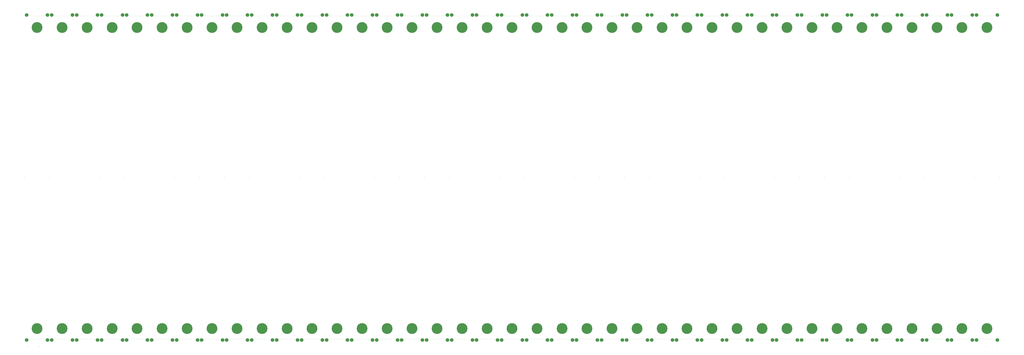
<source format=gbs>
G04*
G04 #@! TF.GenerationSoftware,Altium Limited,Altium Designer,18.1.7 (191)*
G04*
G04 Layer_Color=16711935*
%FSLAX44Y44*%
%MOMM*%
G71*
G01*
G75*
%ADD21C,0.2032*%
%ADD22C,0.2960*%
%ADD23C,1.7272*%
%ADD24C,5.2032*%
D21*
X4626270Y1640000D02*
D03*
X76270D02*
D03*
X80000Y20000D02*
D03*
X4625000D02*
D03*
X130000Y830000D02*
D03*
X10000Y830000D02*
D03*
X100000Y1605000D02*
D03*
X40000D02*
D03*
X100000Y55000D02*
D03*
X40000D02*
D03*
X50000D02*
D03*
X60000D02*
D03*
X70000D02*
D03*
X80000D02*
D03*
X90000D02*
D03*
Y1605000D02*
D03*
X80000D02*
D03*
X70000D02*
D03*
X60000D02*
D03*
X50000D02*
D03*
X250000Y830000D02*
D03*
X130000Y830000D02*
D03*
X220000Y1605000D02*
D03*
X160000D02*
D03*
X220000Y55000D02*
D03*
X160000D02*
D03*
X170000D02*
D03*
X180000D02*
D03*
X190000D02*
D03*
X200000D02*
D03*
X210000D02*
D03*
Y1605000D02*
D03*
X200000D02*
D03*
X190000D02*
D03*
X180000D02*
D03*
X170000D02*
D03*
X370000Y830000D02*
D03*
X250000Y830000D02*
D03*
X340000Y1605000D02*
D03*
X280000D02*
D03*
X340000Y55000D02*
D03*
X280000D02*
D03*
X290000D02*
D03*
X300000D02*
D03*
X310000D02*
D03*
X320000D02*
D03*
X330000D02*
D03*
Y1605000D02*
D03*
X320000D02*
D03*
X310000D02*
D03*
X300000D02*
D03*
X290000D02*
D03*
X490000Y830000D02*
D03*
X370000Y830000D02*
D03*
X460000Y1605000D02*
D03*
X400000D02*
D03*
X460000Y55000D02*
D03*
X400000D02*
D03*
X410000D02*
D03*
X420000D02*
D03*
X430000D02*
D03*
X440000D02*
D03*
X450000D02*
D03*
Y1605000D02*
D03*
X440000D02*
D03*
X430000D02*
D03*
X420000D02*
D03*
X410000D02*
D03*
X610000Y830000D02*
D03*
X490000Y830000D02*
D03*
X580000Y1605000D02*
D03*
X520000D02*
D03*
X580000Y55000D02*
D03*
X520000D02*
D03*
X530000D02*
D03*
X540000D02*
D03*
X550000D02*
D03*
X560000D02*
D03*
X570000D02*
D03*
Y1605000D02*
D03*
X560000D02*
D03*
X550000D02*
D03*
X540000D02*
D03*
X530000D02*
D03*
X730000Y830000D02*
D03*
X610000Y830000D02*
D03*
X700000Y1605000D02*
D03*
X640000D02*
D03*
X700000Y55000D02*
D03*
X640000D02*
D03*
X650000D02*
D03*
X660000D02*
D03*
X670000D02*
D03*
X680000D02*
D03*
X690000D02*
D03*
Y1605000D02*
D03*
X680000D02*
D03*
X670000D02*
D03*
X660000D02*
D03*
X650000D02*
D03*
X850000Y830000D02*
D03*
X730000Y830000D02*
D03*
X820000Y1605000D02*
D03*
X760000D02*
D03*
X820000Y55000D02*
D03*
X760000D02*
D03*
X770000D02*
D03*
X780000D02*
D03*
X790000D02*
D03*
X800000D02*
D03*
X810000D02*
D03*
Y1605000D02*
D03*
X800000D02*
D03*
X790000D02*
D03*
X780000D02*
D03*
X770000D02*
D03*
X970000Y830000D02*
D03*
X850000Y830000D02*
D03*
X940000Y1605000D02*
D03*
X880000D02*
D03*
X940000Y55000D02*
D03*
X880000D02*
D03*
X890000D02*
D03*
X900000D02*
D03*
X910000D02*
D03*
X920000D02*
D03*
X930000D02*
D03*
Y1605000D02*
D03*
X920000D02*
D03*
X910000D02*
D03*
X900000D02*
D03*
X890000D02*
D03*
X1090000Y830000D02*
D03*
X970000Y830000D02*
D03*
X1060000Y1605000D02*
D03*
X1000000D02*
D03*
X1060000Y55000D02*
D03*
X1000000D02*
D03*
X1010000D02*
D03*
X1020000D02*
D03*
X1030000D02*
D03*
X1040000D02*
D03*
X1050000D02*
D03*
Y1605000D02*
D03*
X1040000D02*
D03*
X1030000D02*
D03*
X1020000D02*
D03*
X1010000D02*
D03*
X1210000Y830000D02*
D03*
X1090000Y830000D02*
D03*
X1180000Y1605000D02*
D03*
X1120000D02*
D03*
X1180000Y55000D02*
D03*
X1120000D02*
D03*
X1130000D02*
D03*
X1140000D02*
D03*
X1150000D02*
D03*
X1160000D02*
D03*
X1170000D02*
D03*
Y1605000D02*
D03*
X1160000D02*
D03*
X1150000D02*
D03*
X1140000D02*
D03*
X1130000D02*
D03*
X1330000Y830000D02*
D03*
X1210000Y830000D02*
D03*
X1300000Y1605000D02*
D03*
X1240000D02*
D03*
X1300000Y55000D02*
D03*
X1240000D02*
D03*
X1250000D02*
D03*
X1260000D02*
D03*
X1270000D02*
D03*
X1280000D02*
D03*
X1290000D02*
D03*
Y1605000D02*
D03*
X1280000D02*
D03*
X1270000D02*
D03*
X1260000D02*
D03*
X1250000D02*
D03*
X1450000Y830000D02*
D03*
X1330000Y830000D02*
D03*
X1420000Y1605000D02*
D03*
X1360000D02*
D03*
X1420000Y55000D02*
D03*
X1360000D02*
D03*
X1370000D02*
D03*
X1380000D02*
D03*
X1390000D02*
D03*
X1400000D02*
D03*
X1410000D02*
D03*
Y1605000D02*
D03*
X1400000D02*
D03*
X1390000D02*
D03*
X1380000D02*
D03*
X1370000D02*
D03*
X1570000Y830000D02*
D03*
X1450000Y830000D02*
D03*
X1540000Y1605000D02*
D03*
X1480000D02*
D03*
X1540000Y55000D02*
D03*
X1480000D02*
D03*
X1490000D02*
D03*
X1500000D02*
D03*
X1510000D02*
D03*
X1520000D02*
D03*
X1530000D02*
D03*
Y1605000D02*
D03*
X1520000D02*
D03*
X1510000D02*
D03*
X1500000D02*
D03*
X1490000D02*
D03*
X1690000Y830000D02*
D03*
X1570000Y830000D02*
D03*
X1660000Y1605000D02*
D03*
X1600000D02*
D03*
X1660000Y55000D02*
D03*
X1600000D02*
D03*
X1610000D02*
D03*
X1620000D02*
D03*
X1630000D02*
D03*
X1640000D02*
D03*
X1650000D02*
D03*
Y1605000D02*
D03*
X1640000D02*
D03*
X1630000D02*
D03*
X1620000D02*
D03*
X1610000D02*
D03*
X1810000Y830000D02*
D03*
X1690000Y830000D02*
D03*
X1780000Y1605000D02*
D03*
X1720000D02*
D03*
X1780000Y55000D02*
D03*
X1720000D02*
D03*
X1730000D02*
D03*
X1740000D02*
D03*
X1750000D02*
D03*
X1760000D02*
D03*
X1770000D02*
D03*
Y1605000D02*
D03*
X1760000D02*
D03*
X1750000D02*
D03*
X1740000D02*
D03*
X1730000D02*
D03*
X1930000Y830000D02*
D03*
X1810000Y830000D02*
D03*
X1900000Y1605000D02*
D03*
X1840000D02*
D03*
X1900000Y55000D02*
D03*
X1840000D02*
D03*
X1850000D02*
D03*
X1860000D02*
D03*
X1870000D02*
D03*
X1880000D02*
D03*
X1890000D02*
D03*
Y1605000D02*
D03*
X1880000D02*
D03*
X1870000D02*
D03*
X1860000D02*
D03*
X1850000D02*
D03*
X2050000Y830000D02*
D03*
X1930000Y830000D02*
D03*
X2020000Y1605000D02*
D03*
X1960000D02*
D03*
X2020000Y55000D02*
D03*
X1960000D02*
D03*
X1970000D02*
D03*
X1980000D02*
D03*
X1990000D02*
D03*
X2000000D02*
D03*
X2010000D02*
D03*
Y1605000D02*
D03*
X2000000D02*
D03*
X1990000D02*
D03*
X1980000D02*
D03*
X1970000D02*
D03*
X2170000Y830000D02*
D03*
X2050000Y830000D02*
D03*
X2140000Y1605000D02*
D03*
X2080000D02*
D03*
X2140000Y55000D02*
D03*
X2080000D02*
D03*
X2090000D02*
D03*
X2100000D02*
D03*
X2110000D02*
D03*
X2120000D02*
D03*
X2130000D02*
D03*
Y1605000D02*
D03*
X2120000D02*
D03*
X2110000D02*
D03*
X2100000D02*
D03*
X2090000D02*
D03*
X2290000Y830000D02*
D03*
X2170000Y830000D02*
D03*
X2260000Y1605000D02*
D03*
X2200000D02*
D03*
X2260000Y55000D02*
D03*
X2200000D02*
D03*
X2210000D02*
D03*
X2220000D02*
D03*
X2230000D02*
D03*
X2240000D02*
D03*
X2250000D02*
D03*
Y1605000D02*
D03*
X2240000D02*
D03*
X2230000D02*
D03*
X2220000D02*
D03*
X2210000D02*
D03*
X2410000Y830000D02*
D03*
X2290000Y830000D02*
D03*
X2380000Y1605000D02*
D03*
X2320000D02*
D03*
X2380000Y55000D02*
D03*
X2320000D02*
D03*
X2330000D02*
D03*
X2340000D02*
D03*
X2350000D02*
D03*
X2360000D02*
D03*
X2370000D02*
D03*
Y1605000D02*
D03*
X2360000D02*
D03*
X2350000D02*
D03*
X2340000D02*
D03*
X2330000D02*
D03*
X2530000Y830000D02*
D03*
X2410000Y830000D02*
D03*
X2500000Y1605000D02*
D03*
X2440000D02*
D03*
X2500000Y55000D02*
D03*
X2440000D02*
D03*
X2450000D02*
D03*
X2460000D02*
D03*
X2470000D02*
D03*
X2480000D02*
D03*
X2490000D02*
D03*
Y1605000D02*
D03*
X2480000D02*
D03*
X2470000D02*
D03*
X2460000D02*
D03*
X2450000D02*
D03*
X2650000Y830000D02*
D03*
X2530000Y830000D02*
D03*
X2620000Y1605000D02*
D03*
X2560000D02*
D03*
X2620000Y55000D02*
D03*
X2560000D02*
D03*
X2570000D02*
D03*
X2580000D02*
D03*
X2590000D02*
D03*
X2600000D02*
D03*
X2610000D02*
D03*
Y1605000D02*
D03*
X2600000D02*
D03*
X2590000D02*
D03*
X2580000D02*
D03*
X2570000D02*
D03*
X2770000Y830000D02*
D03*
X2650000Y830000D02*
D03*
X2740000Y1605000D02*
D03*
X2680000D02*
D03*
X2740000Y55000D02*
D03*
X2680000D02*
D03*
X2690000D02*
D03*
X2700000D02*
D03*
X2710000D02*
D03*
X2720000D02*
D03*
X2730000D02*
D03*
Y1605000D02*
D03*
X2720000D02*
D03*
X2710000D02*
D03*
X2700000D02*
D03*
X2690000D02*
D03*
X2890000Y830000D02*
D03*
X2770000Y830000D02*
D03*
X2860000Y1605000D02*
D03*
X2800000D02*
D03*
X2860000Y55000D02*
D03*
X2800000D02*
D03*
X2810000D02*
D03*
X2820000D02*
D03*
X2830000D02*
D03*
X2840000D02*
D03*
X2850000D02*
D03*
Y1605000D02*
D03*
X2840000D02*
D03*
X2830000D02*
D03*
X2820000D02*
D03*
X2810000D02*
D03*
X3010000Y830000D02*
D03*
X2890000Y830000D02*
D03*
X2980000Y1605000D02*
D03*
X2920000D02*
D03*
X2980000Y55000D02*
D03*
X2920000D02*
D03*
X2930000D02*
D03*
X2940000D02*
D03*
X2950000D02*
D03*
X2960000D02*
D03*
X2970000D02*
D03*
Y1605000D02*
D03*
X2960000D02*
D03*
X2950000D02*
D03*
X2940000D02*
D03*
X2930000D02*
D03*
X3130000Y830000D02*
D03*
X3010000Y830000D02*
D03*
X3100000Y1605000D02*
D03*
X3040000D02*
D03*
X3100000Y55000D02*
D03*
X3040000D02*
D03*
X3050000D02*
D03*
X3060000D02*
D03*
X3070000D02*
D03*
X3080000D02*
D03*
X3090000D02*
D03*
Y1605000D02*
D03*
X3080000D02*
D03*
X3070000D02*
D03*
X3060000D02*
D03*
X3050000D02*
D03*
X3250000Y830000D02*
D03*
X3130000Y830000D02*
D03*
X3220000Y1605000D02*
D03*
X3160000D02*
D03*
X3220000Y55000D02*
D03*
X3160000D02*
D03*
X3170000D02*
D03*
X3180000D02*
D03*
X3190000D02*
D03*
X3200000D02*
D03*
X3210000D02*
D03*
Y1605000D02*
D03*
X3200000D02*
D03*
X3190000D02*
D03*
X3180000D02*
D03*
X3170000D02*
D03*
X3370000Y830000D02*
D03*
X3250000Y830000D02*
D03*
X3340000Y1605000D02*
D03*
X3280000D02*
D03*
X3340000Y55000D02*
D03*
X3280000D02*
D03*
X3290000D02*
D03*
X3300000D02*
D03*
X3310000D02*
D03*
X3320000D02*
D03*
X3330000D02*
D03*
Y1605000D02*
D03*
X3320000D02*
D03*
X3310000D02*
D03*
X3300000D02*
D03*
X3290000D02*
D03*
X3490000Y830000D02*
D03*
X3370000Y830000D02*
D03*
X3460000Y1605000D02*
D03*
X3400000D02*
D03*
X3460000Y55000D02*
D03*
X3400000D02*
D03*
X3410000D02*
D03*
X3420000D02*
D03*
X3430000D02*
D03*
X3440000D02*
D03*
X3450000D02*
D03*
Y1605000D02*
D03*
X3440000D02*
D03*
X3430000D02*
D03*
X3420000D02*
D03*
X3410000D02*
D03*
X3610000Y830000D02*
D03*
X3490000Y830000D02*
D03*
X3580000Y1605000D02*
D03*
X3520000D02*
D03*
X3580000Y55000D02*
D03*
X3520000D02*
D03*
X3530000D02*
D03*
X3540000D02*
D03*
X3550000D02*
D03*
X3560000D02*
D03*
X3570000D02*
D03*
Y1605000D02*
D03*
X3560000D02*
D03*
X3550000D02*
D03*
X3540000D02*
D03*
X3530000D02*
D03*
X3730000Y830000D02*
D03*
X3610000Y830000D02*
D03*
X3700000Y1605000D02*
D03*
X3640000D02*
D03*
X3700000Y55000D02*
D03*
X3640000D02*
D03*
X3650000D02*
D03*
X3660000D02*
D03*
X3670000D02*
D03*
X3680000D02*
D03*
X3690000D02*
D03*
Y1605000D02*
D03*
X3680000D02*
D03*
X3670000D02*
D03*
X3660000D02*
D03*
X3650000D02*
D03*
X3850000Y830000D02*
D03*
X3730000Y830000D02*
D03*
X3820000Y1605000D02*
D03*
X3760000D02*
D03*
X3820000Y55000D02*
D03*
X3760000D02*
D03*
X3770000D02*
D03*
X3780000D02*
D03*
X3790000D02*
D03*
X3800000D02*
D03*
X3810000D02*
D03*
Y1605000D02*
D03*
X3800000D02*
D03*
X3790000D02*
D03*
X3780000D02*
D03*
X3770000D02*
D03*
X3970000Y830000D02*
D03*
X3850000Y830000D02*
D03*
X3940000Y1605000D02*
D03*
X3880000D02*
D03*
X3940000Y55000D02*
D03*
X3880000D02*
D03*
X3890000D02*
D03*
X3900000D02*
D03*
X3910000D02*
D03*
X3920000D02*
D03*
X3930000D02*
D03*
Y1605000D02*
D03*
X3920000D02*
D03*
X3910000D02*
D03*
X3900000D02*
D03*
X3890000D02*
D03*
X4090000Y830000D02*
D03*
X3970000Y830000D02*
D03*
X4060000Y1605000D02*
D03*
X4000000D02*
D03*
X4060000Y55000D02*
D03*
X4000000D02*
D03*
X4010000D02*
D03*
X4020000D02*
D03*
X4030000D02*
D03*
X4040000D02*
D03*
X4050000D02*
D03*
Y1605000D02*
D03*
X4040000D02*
D03*
X4030000D02*
D03*
X4020000D02*
D03*
X4010000D02*
D03*
X4210000Y830000D02*
D03*
X4090000Y830000D02*
D03*
X4180000Y1605000D02*
D03*
X4120000D02*
D03*
X4180000Y55000D02*
D03*
X4120000D02*
D03*
X4130000D02*
D03*
X4140000D02*
D03*
X4150000D02*
D03*
X4160000D02*
D03*
X4170000D02*
D03*
Y1605000D02*
D03*
X4160000D02*
D03*
X4150000D02*
D03*
X4140000D02*
D03*
X4130000D02*
D03*
X4330000Y830000D02*
D03*
X4210000Y830000D02*
D03*
X4300000Y1605000D02*
D03*
X4240000D02*
D03*
X4300000Y55000D02*
D03*
X4240000D02*
D03*
X4250000D02*
D03*
X4260000D02*
D03*
X4270000D02*
D03*
X4280000D02*
D03*
X4290000D02*
D03*
Y1605000D02*
D03*
X4280000D02*
D03*
X4270000D02*
D03*
X4260000D02*
D03*
X4250000D02*
D03*
X4450000Y830000D02*
D03*
X4330000Y830000D02*
D03*
X4420000Y1605000D02*
D03*
X4360000D02*
D03*
X4420000Y55000D02*
D03*
X4360000D02*
D03*
X4370000D02*
D03*
X4380000D02*
D03*
X4390000D02*
D03*
X4400000D02*
D03*
X4410000D02*
D03*
Y1605000D02*
D03*
X4400000D02*
D03*
X4390000D02*
D03*
X4380000D02*
D03*
X4370000D02*
D03*
X4570000Y830000D02*
D03*
X4450000Y830000D02*
D03*
X4540000Y1605000D02*
D03*
X4480000D02*
D03*
X4540000Y55000D02*
D03*
X4480000D02*
D03*
X4490000D02*
D03*
X4500000D02*
D03*
X4510000D02*
D03*
X4520000D02*
D03*
X4530000D02*
D03*
Y1605000D02*
D03*
X4520000D02*
D03*
X4510000D02*
D03*
X4500000D02*
D03*
X4490000D02*
D03*
X4690000Y830000D02*
D03*
X4570000Y830000D02*
D03*
X4660000Y1605000D02*
D03*
X4600000D02*
D03*
X4660000Y55000D02*
D03*
X4600000D02*
D03*
X4610000D02*
D03*
X4620000D02*
D03*
X4630000D02*
D03*
X4640000D02*
D03*
X4650000D02*
D03*
Y1605000D02*
D03*
X4640000D02*
D03*
X4630000D02*
D03*
X4620000D02*
D03*
X4610000D02*
D03*
D22*
X4681270Y1640000D02*
D03*
X21270D02*
D03*
X25000Y20000D02*
D03*
X4680000D02*
D03*
D23*
X20000Y50000D02*
D03*
X120000D02*
D03*
Y1610000D02*
D03*
X20000D02*
D03*
X140000Y50000D02*
D03*
X240000D02*
D03*
Y1610000D02*
D03*
X140000D02*
D03*
X260000Y50000D02*
D03*
X360000D02*
D03*
Y1610000D02*
D03*
X260000D02*
D03*
X380000Y50000D02*
D03*
X480000D02*
D03*
Y1610000D02*
D03*
X380000D02*
D03*
X500000Y50000D02*
D03*
X600000D02*
D03*
Y1610000D02*
D03*
X500000D02*
D03*
X620000Y50000D02*
D03*
X720000D02*
D03*
Y1610000D02*
D03*
X620000D02*
D03*
X740000Y50000D02*
D03*
X840000D02*
D03*
Y1610000D02*
D03*
X740000D02*
D03*
X860000Y50000D02*
D03*
X960000D02*
D03*
Y1610000D02*
D03*
X860000D02*
D03*
X980000Y50000D02*
D03*
X1080000D02*
D03*
Y1610000D02*
D03*
X980000D02*
D03*
X1100000Y50000D02*
D03*
X1200000D02*
D03*
Y1610000D02*
D03*
X1100000D02*
D03*
X1220000Y50000D02*
D03*
X1320000D02*
D03*
Y1610000D02*
D03*
X1220000D02*
D03*
X1340000Y50000D02*
D03*
X1440000D02*
D03*
Y1610000D02*
D03*
X1340000D02*
D03*
X1460000Y50000D02*
D03*
X1560000D02*
D03*
Y1610000D02*
D03*
X1460000D02*
D03*
X1580000Y50000D02*
D03*
X1680000D02*
D03*
Y1610000D02*
D03*
X1580000D02*
D03*
X1700000Y50000D02*
D03*
X1800000D02*
D03*
Y1610000D02*
D03*
X1700000D02*
D03*
X1820000Y50000D02*
D03*
X1920000D02*
D03*
Y1610000D02*
D03*
X1820000D02*
D03*
X1940000Y50000D02*
D03*
X2040000D02*
D03*
Y1610000D02*
D03*
X1940000D02*
D03*
X2060000Y50000D02*
D03*
X2160000D02*
D03*
Y1610000D02*
D03*
X2060000D02*
D03*
X2180000Y50000D02*
D03*
X2280000D02*
D03*
Y1610000D02*
D03*
X2180000D02*
D03*
X2300000Y50000D02*
D03*
X2400000D02*
D03*
Y1610000D02*
D03*
X2300000D02*
D03*
X2420000Y50000D02*
D03*
X2520000D02*
D03*
Y1610000D02*
D03*
X2420000D02*
D03*
X2540000Y50000D02*
D03*
X2640000D02*
D03*
Y1610000D02*
D03*
X2540000D02*
D03*
X2660000Y50000D02*
D03*
X2760000D02*
D03*
Y1610000D02*
D03*
X2660000D02*
D03*
X2780000Y50000D02*
D03*
X2880000D02*
D03*
Y1610000D02*
D03*
X2780000D02*
D03*
X2900000Y50000D02*
D03*
X3000000D02*
D03*
Y1610000D02*
D03*
X2900000D02*
D03*
X3020000Y50000D02*
D03*
X3120000D02*
D03*
Y1610000D02*
D03*
X3020000D02*
D03*
X3140000Y50000D02*
D03*
X3240000D02*
D03*
Y1610000D02*
D03*
X3140000D02*
D03*
X3260000Y50000D02*
D03*
X3360000D02*
D03*
Y1610000D02*
D03*
X3260000D02*
D03*
X3380000Y50000D02*
D03*
X3480000D02*
D03*
Y1610000D02*
D03*
X3380000D02*
D03*
X3500000Y50000D02*
D03*
X3600000D02*
D03*
Y1610000D02*
D03*
X3500000D02*
D03*
X3620000Y50000D02*
D03*
X3720000D02*
D03*
Y1610000D02*
D03*
X3620000D02*
D03*
X3740000Y50000D02*
D03*
X3840000D02*
D03*
Y1610000D02*
D03*
X3740000D02*
D03*
X3860000Y50000D02*
D03*
X3960000D02*
D03*
Y1610000D02*
D03*
X3860000D02*
D03*
X3980000Y50000D02*
D03*
X4080000D02*
D03*
Y1610000D02*
D03*
X3980000D02*
D03*
X4100000Y50000D02*
D03*
X4200000D02*
D03*
Y1610000D02*
D03*
X4100000D02*
D03*
X4220000Y50000D02*
D03*
X4320000D02*
D03*
Y1610000D02*
D03*
X4220000D02*
D03*
X4340000Y50000D02*
D03*
X4440000D02*
D03*
Y1610000D02*
D03*
X4340000D02*
D03*
X4460000Y50000D02*
D03*
X4560000D02*
D03*
Y1610000D02*
D03*
X4460000D02*
D03*
X4580000Y50000D02*
D03*
X4680000D02*
D03*
Y1610000D02*
D03*
X4580000D02*
D03*
D24*
X70000Y105000D02*
D03*
X70000Y1550000D02*
D03*
X190000Y105000D02*
D03*
X190000Y1550000D02*
D03*
X310000Y105000D02*
D03*
X310000Y1550000D02*
D03*
X430000Y105000D02*
D03*
X430000Y1550000D02*
D03*
X550000Y105000D02*
D03*
X550000Y1550000D02*
D03*
X670000Y105000D02*
D03*
X670000Y1550000D02*
D03*
X790000Y105000D02*
D03*
X790000Y1550000D02*
D03*
X910000Y105000D02*
D03*
X910000Y1550000D02*
D03*
X1030000Y105000D02*
D03*
X1030000Y1550000D02*
D03*
X1150000Y105000D02*
D03*
X1150000Y1550000D02*
D03*
X1270000Y105000D02*
D03*
X1270000Y1550000D02*
D03*
X1390000Y105000D02*
D03*
X1390000Y1550000D02*
D03*
X1510000Y105000D02*
D03*
X1510000Y1550000D02*
D03*
X1630000Y105000D02*
D03*
X1630000Y1550000D02*
D03*
X1750000Y105000D02*
D03*
X1750000Y1550000D02*
D03*
X1870000Y105000D02*
D03*
X1870000Y1550000D02*
D03*
X1990000Y105000D02*
D03*
X1990000Y1550000D02*
D03*
X2110000Y105000D02*
D03*
X2110000Y1550000D02*
D03*
X2230000Y105000D02*
D03*
X2230000Y1550000D02*
D03*
X2350000Y105000D02*
D03*
X2350000Y1550000D02*
D03*
X2470000Y105000D02*
D03*
X2470000Y1550000D02*
D03*
X2590000Y105000D02*
D03*
X2590000Y1550000D02*
D03*
X2710000Y105000D02*
D03*
X2710000Y1550000D02*
D03*
X2830000Y105000D02*
D03*
X2830000Y1550000D02*
D03*
X2950000Y105000D02*
D03*
X2950000Y1550000D02*
D03*
X3070000Y105000D02*
D03*
X3070000Y1550000D02*
D03*
X3190000Y105000D02*
D03*
X3190000Y1550000D02*
D03*
X3310000Y105000D02*
D03*
X3310000Y1550000D02*
D03*
X3430000Y105000D02*
D03*
X3430000Y1550000D02*
D03*
X3550000Y105000D02*
D03*
X3550000Y1550000D02*
D03*
X3670000Y105000D02*
D03*
X3670000Y1550000D02*
D03*
X3790000Y105000D02*
D03*
X3790000Y1550000D02*
D03*
X3910000Y105000D02*
D03*
X3910000Y1550000D02*
D03*
X4030000Y105000D02*
D03*
X4030000Y1550000D02*
D03*
X4150000Y105000D02*
D03*
X4150000Y1550000D02*
D03*
X4270000Y105000D02*
D03*
X4270000Y1550000D02*
D03*
X4390000Y105000D02*
D03*
X4390000Y1550000D02*
D03*
X4510000Y105000D02*
D03*
X4510000Y1550000D02*
D03*
X4630000Y105000D02*
D03*
X4630000Y1550000D02*
D03*
M02*

</source>
